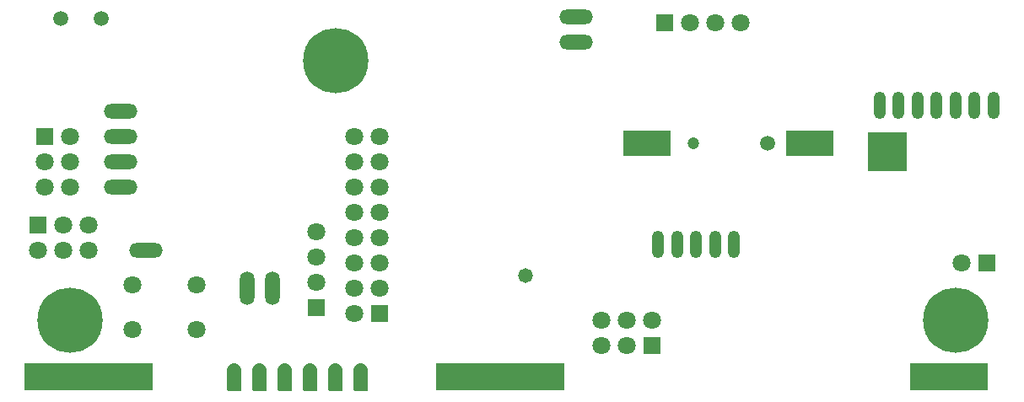
<source format=gbs>
G04 #@! TF.GenerationSoftware,KiCad,Pcbnew,5.0.0-fee4fd1~65~ubuntu17.10.1*
G04 #@! TF.CreationDate,2018-11-08T19:54:44-05:00*
G04 #@! TF.ProjectId,motherboard,6D6F74686572626F6172642E6B696361,rev?*
G04 #@! TF.SameCoordinates,Original*
G04 #@! TF.FileFunction,Soldermask,Bot*
G04 #@! TF.FilePolarity,Negative*
%FSLAX46Y46*%
G04 Gerber Fmt 4.6, Leading zero omitted, Abs format (unit mm)*
G04 Created by KiCad (PCBNEW 5.0.0-fee4fd1~65~ubuntu17.10.1) date Thu Nov  8 19:54:44 2018*
%MOMM*%
%LPD*%
G01*
G04 APERTURE LIST*
%ADD10R,3.903200X3.903200*%
%ADD11C,1.270000*%
%ADD12C,0.350000*%
%ADD13C,1.803200*%
%ADD14O,3.378200X1.473200*%
%ADD15R,1.803200X1.803200*%
%ADD16C,6.553200*%
%ADD17C,1.503200*%
%ADD18R,7.823200X2.743200*%
%ADD19R,12.903200X2.743200*%
%ADD20O,1.219200X2.743200*%
%ADD21O,1.473200X3.378200*%
%ADD22C,1.473200*%
%ADD23C,1.203200*%
%ADD24R,4.703200X2.503200*%
G04 APERTURE END LIST*
D10*
G04 #@! TO.C,U4*
X195097400Y-99898200D03*
G04 #@! TD*
D11*
G04 #@! TO.C,J8*
X142240000Y-121920000D03*
D12*
G36*
X141585179Y-123924648D02*
X141566119Y-123918866D01*
X141548554Y-123909477D01*
X141533158Y-123896842D01*
X141520523Y-123881446D01*
X141511134Y-123863881D01*
X141505352Y-123844821D01*
X141503400Y-123825000D01*
X141503400Y-121920000D01*
X141504165Y-121912232D01*
X141504165Y-121888842D01*
X141504654Y-121878884D01*
X141510762Y-121816868D01*
X141512225Y-121807005D01*
X141524382Y-121745887D01*
X141526805Y-121736214D01*
X141544895Y-121676581D01*
X141548254Y-121667195D01*
X141572101Y-121609623D01*
X141576363Y-121600610D01*
X141605738Y-121545652D01*
X141610865Y-121537099D01*
X141645486Y-121485285D01*
X141651425Y-121477277D01*
X141690958Y-121429106D01*
X141697654Y-121421718D01*
X141741718Y-121377654D01*
X141749106Y-121370958D01*
X141797277Y-121331425D01*
X141805285Y-121325486D01*
X141857099Y-121290865D01*
X141865652Y-121285738D01*
X141920610Y-121256363D01*
X141929623Y-121252101D01*
X141987195Y-121228254D01*
X141996581Y-121224895D01*
X142056214Y-121206805D01*
X142065887Y-121204382D01*
X142127005Y-121192225D01*
X142136868Y-121190762D01*
X142198884Y-121184654D01*
X142208842Y-121184165D01*
X142271158Y-121184165D01*
X142281116Y-121184654D01*
X142343132Y-121190762D01*
X142352995Y-121192225D01*
X142414113Y-121204382D01*
X142423786Y-121206805D01*
X142483419Y-121224895D01*
X142492805Y-121228254D01*
X142550377Y-121252101D01*
X142559390Y-121256363D01*
X142614348Y-121285738D01*
X142622901Y-121290865D01*
X142674715Y-121325486D01*
X142682723Y-121331425D01*
X142730894Y-121370958D01*
X142738282Y-121377654D01*
X142782346Y-121421718D01*
X142789042Y-121429106D01*
X142828575Y-121477277D01*
X142834514Y-121485285D01*
X142869135Y-121537099D01*
X142874262Y-121545652D01*
X142903637Y-121600610D01*
X142907899Y-121609623D01*
X142931746Y-121667195D01*
X142935105Y-121676581D01*
X142953195Y-121736214D01*
X142955618Y-121745887D01*
X142967775Y-121807005D01*
X142969238Y-121816868D01*
X142975346Y-121878884D01*
X142975835Y-121888842D01*
X142975835Y-121912232D01*
X142976600Y-121920000D01*
X142976600Y-123825000D01*
X142974648Y-123844821D01*
X142968866Y-123863881D01*
X142959477Y-123881446D01*
X142946842Y-123896842D01*
X142931446Y-123909477D01*
X142913881Y-123918866D01*
X142894821Y-123924648D01*
X142875000Y-123926600D01*
X141605000Y-123926600D01*
X141585179Y-123924648D01*
X141585179Y-123924648D01*
G37*
D11*
X129540000Y-121920000D03*
D12*
G36*
X128885179Y-123924648D02*
X128866119Y-123918866D01*
X128848554Y-123909477D01*
X128833158Y-123896842D01*
X128820523Y-123881446D01*
X128811134Y-123863881D01*
X128805352Y-123844821D01*
X128803400Y-123825000D01*
X128803400Y-121920000D01*
X128804165Y-121912232D01*
X128804165Y-121888842D01*
X128804654Y-121878884D01*
X128810762Y-121816868D01*
X128812225Y-121807005D01*
X128824382Y-121745887D01*
X128826805Y-121736214D01*
X128844895Y-121676581D01*
X128848254Y-121667195D01*
X128872101Y-121609623D01*
X128876363Y-121600610D01*
X128905738Y-121545652D01*
X128910865Y-121537099D01*
X128945486Y-121485285D01*
X128951425Y-121477277D01*
X128990958Y-121429106D01*
X128997654Y-121421718D01*
X129041718Y-121377654D01*
X129049106Y-121370958D01*
X129097277Y-121331425D01*
X129105285Y-121325486D01*
X129157099Y-121290865D01*
X129165652Y-121285738D01*
X129220610Y-121256363D01*
X129229623Y-121252101D01*
X129287195Y-121228254D01*
X129296581Y-121224895D01*
X129356214Y-121206805D01*
X129365887Y-121204382D01*
X129427005Y-121192225D01*
X129436868Y-121190762D01*
X129498884Y-121184654D01*
X129508842Y-121184165D01*
X129571158Y-121184165D01*
X129581116Y-121184654D01*
X129643132Y-121190762D01*
X129652995Y-121192225D01*
X129714113Y-121204382D01*
X129723786Y-121206805D01*
X129783419Y-121224895D01*
X129792805Y-121228254D01*
X129850377Y-121252101D01*
X129859390Y-121256363D01*
X129914348Y-121285738D01*
X129922901Y-121290865D01*
X129974715Y-121325486D01*
X129982723Y-121331425D01*
X130030894Y-121370958D01*
X130038282Y-121377654D01*
X130082346Y-121421718D01*
X130089042Y-121429106D01*
X130128575Y-121477277D01*
X130134514Y-121485285D01*
X130169135Y-121537099D01*
X130174262Y-121545652D01*
X130203637Y-121600610D01*
X130207899Y-121609623D01*
X130231746Y-121667195D01*
X130235105Y-121676581D01*
X130253195Y-121736214D01*
X130255618Y-121745887D01*
X130267775Y-121807005D01*
X130269238Y-121816868D01*
X130275346Y-121878884D01*
X130275835Y-121888842D01*
X130275835Y-121912232D01*
X130276600Y-121920000D01*
X130276600Y-123825000D01*
X130274648Y-123844821D01*
X130268866Y-123863881D01*
X130259477Y-123881446D01*
X130246842Y-123896842D01*
X130231446Y-123909477D01*
X130213881Y-123918866D01*
X130194821Y-123924648D01*
X130175000Y-123926600D01*
X128905000Y-123926600D01*
X128885179Y-123924648D01*
X128885179Y-123924648D01*
G37*
D11*
X132080000Y-121920000D03*
D12*
G36*
X131425179Y-123924648D02*
X131406119Y-123918866D01*
X131388554Y-123909477D01*
X131373158Y-123896842D01*
X131360523Y-123881446D01*
X131351134Y-123863881D01*
X131345352Y-123844821D01*
X131343400Y-123825000D01*
X131343400Y-121920000D01*
X131344165Y-121912232D01*
X131344165Y-121888842D01*
X131344654Y-121878884D01*
X131350762Y-121816868D01*
X131352225Y-121807005D01*
X131364382Y-121745887D01*
X131366805Y-121736214D01*
X131384895Y-121676581D01*
X131388254Y-121667195D01*
X131412101Y-121609623D01*
X131416363Y-121600610D01*
X131445738Y-121545652D01*
X131450865Y-121537099D01*
X131485486Y-121485285D01*
X131491425Y-121477277D01*
X131530958Y-121429106D01*
X131537654Y-121421718D01*
X131581718Y-121377654D01*
X131589106Y-121370958D01*
X131637277Y-121331425D01*
X131645285Y-121325486D01*
X131697099Y-121290865D01*
X131705652Y-121285738D01*
X131760610Y-121256363D01*
X131769623Y-121252101D01*
X131827195Y-121228254D01*
X131836581Y-121224895D01*
X131896214Y-121206805D01*
X131905887Y-121204382D01*
X131967005Y-121192225D01*
X131976868Y-121190762D01*
X132038884Y-121184654D01*
X132048842Y-121184165D01*
X132111158Y-121184165D01*
X132121116Y-121184654D01*
X132183132Y-121190762D01*
X132192995Y-121192225D01*
X132254113Y-121204382D01*
X132263786Y-121206805D01*
X132323419Y-121224895D01*
X132332805Y-121228254D01*
X132390377Y-121252101D01*
X132399390Y-121256363D01*
X132454348Y-121285738D01*
X132462901Y-121290865D01*
X132514715Y-121325486D01*
X132522723Y-121331425D01*
X132570894Y-121370958D01*
X132578282Y-121377654D01*
X132622346Y-121421718D01*
X132629042Y-121429106D01*
X132668575Y-121477277D01*
X132674514Y-121485285D01*
X132709135Y-121537099D01*
X132714262Y-121545652D01*
X132743637Y-121600610D01*
X132747899Y-121609623D01*
X132771746Y-121667195D01*
X132775105Y-121676581D01*
X132793195Y-121736214D01*
X132795618Y-121745887D01*
X132807775Y-121807005D01*
X132809238Y-121816868D01*
X132815346Y-121878884D01*
X132815835Y-121888842D01*
X132815835Y-121912232D01*
X132816600Y-121920000D01*
X132816600Y-123825000D01*
X132814648Y-123844821D01*
X132808866Y-123863881D01*
X132799477Y-123881446D01*
X132786842Y-123896842D01*
X132771446Y-123909477D01*
X132753881Y-123918866D01*
X132734821Y-123924648D01*
X132715000Y-123926600D01*
X131445000Y-123926600D01*
X131425179Y-123924648D01*
X131425179Y-123924648D01*
G37*
D11*
X134620000Y-121920000D03*
D12*
G36*
X133965179Y-123924648D02*
X133946119Y-123918866D01*
X133928554Y-123909477D01*
X133913158Y-123896842D01*
X133900523Y-123881446D01*
X133891134Y-123863881D01*
X133885352Y-123844821D01*
X133883400Y-123825000D01*
X133883400Y-121920000D01*
X133884165Y-121912232D01*
X133884165Y-121888842D01*
X133884654Y-121878884D01*
X133890762Y-121816868D01*
X133892225Y-121807005D01*
X133904382Y-121745887D01*
X133906805Y-121736214D01*
X133924895Y-121676581D01*
X133928254Y-121667195D01*
X133952101Y-121609623D01*
X133956363Y-121600610D01*
X133985738Y-121545652D01*
X133990865Y-121537099D01*
X134025486Y-121485285D01*
X134031425Y-121477277D01*
X134070958Y-121429106D01*
X134077654Y-121421718D01*
X134121718Y-121377654D01*
X134129106Y-121370958D01*
X134177277Y-121331425D01*
X134185285Y-121325486D01*
X134237099Y-121290865D01*
X134245652Y-121285738D01*
X134300610Y-121256363D01*
X134309623Y-121252101D01*
X134367195Y-121228254D01*
X134376581Y-121224895D01*
X134436214Y-121206805D01*
X134445887Y-121204382D01*
X134507005Y-121192225D01*
X134516868Y-121190762D01*
X134578884Y-121184654D01*
X134588842Y-121184165D01*
X134651158Y-121184165D01*
X134661116Y-121184654D01*
X134723132Y-121190762D01*
X134732995Y-121192225D01*
X134794113Y-121204382D01*
X134803786Y-121206805D01*
X134863419Y-121224895D01*
X134872805Y-121228254D01*
X134930377Y-121252101D01*
X134939390Y-121256363D01*
X134994348Y-121285738D01*
X135002901Y-121290865D01*
X135054715Y-121325486D01*
X135062723Y-121331425D01*
X135110894Y-121370958D01*
X135118282Y-121377654D01*
X135162346Y-121421718D01*
X135169042Y-121429106D01*
X135208575Y-121477277D01*
X135214514Y-121485285D01*
X135249135Y-121537099D01*
X135254262Y-121545652D01*
X135283637Y-121600610D01*
X135287899Y-121609623D01*
X135311746Y-121667195D01*
X135315105Y-121676581D01*
X135333195Y-121736214D01*
X135335618Y-121745887D01*
X135347775Y-121807005D01*
X135349238Y-121816868D01*
X135355346Y-121878884D01*
X135355835Y-121888842D01*
X135355835Y-121912232D01*
X135356600Y-121920000D01*
X135356600Y-123825000D01*
X135354648Y-123844821D01*
X135348866Y-123863881D01*
X135339477Y-123881446D01*
X135326842Y-123896842D01*
X135311446Y-123909477D01*
X135293881Y-123918866D01*
X135274821Y-123924648D01*
X135255000Y-123926600D01*
X133985000Y-123926600D01*
X133965179Y-123924648D01*
X133965179Y-123924648D01*
G37*
D11*
X137160000Y-121920000D03*
D12*
G36*
X136505179Y-123924648D02*
X136486119Y-123918866D01*
X136468554Y-123909477D01*
X136453158Y-123896842D01*
X136440523Y-123881446D01*
X136431134Y-123863881D01*
X136425352Y-123844821D01*
X136423400Y-123825000D01*
X136423400Y-121920000D01*
X136424165Y-121912232D01*
X136424165Y-121888842D01*
X136424654Y-121878884D01*
X136430762Y-121816868D01*
X136432225Y-121807005D01*
X136444382Y-121745887D01*
X136446805Y-121736214D01*
X136464895Y-121676581D01*
X136468254Y-121667195D01*
X136492101Y-121609623D01*
X136496363Y-121600610D01*
X136525738Y-121545652D01*
X136530865Y-121537099D01*
X136565486Y-121485285D01*
X136571425Y-121477277D01*
X136610958Y-121429106D01*
X136617654Y-121421718D01*
X136661718Y-121377654D01*
X136669106Y-121370958D01*
X136717277Y-121331425D01*
X136725285Y-121325486D01*
X136777099Y-121290865D01*
X136785652Y-121285738D01*
X136840610Y-121256363D01*
X136849623Y-121252101D01*
X136907195Y-121228254D01*
X136916581Y-121224895D01*
X136976214Y-121206805D01*
X136985887Y-121204382D01*
X137047005Y-121192225D01*
X137056868Y-121190762D01*
X137118884Y-121184654D01*
X137128842Y-121184165D01*
X137191158Y-121184165D01*
X137201116Y-121184654D01*
X137263132Y-121190762D01*
X137272995Y-121192225D01*
X137334113Y-121204382D01*
X137343786Y-121206805D01*
X137403419Y-121224895D01*
X137412805Y-121228254D01*
X137470377Y-121252101D01*
X137479390Y-121256363D01*
X137534348Y-121285738D01*
X137542901Y-121290865D01*
X137594715Y-121325486D01*
X137602723Y-121331425D01*
X137650894Y-121370958D01*
X137658282Y-121377654D01*
X137702346Y-121421718D01*
X137709042Y-121429106D01*
X137748575Y-121477277D01*
X137754514Y-121485285D01*
X137789135Y-121537099D01*
X137794262Y-121545652D01*
X137823637Y-121600610D01*
X137827899Y-121609623D01*
X137851746Y-121667195D01*
X137855105Y-121676581D01*
X137873195Y-121736214D01*
X137875618Y-121745887D01*
X137887775Y-121807005D01*
X137889238Y-121816868D01*
X137895346Y-121878884D01*
X137895835Y-121888842D01*
X137895835Y-121912232D01*
X137896600Y-121920000D01*
X137896600Y-123825000D01*
X137894648Y-123844821D01*
X137888866Y-123863881D01*
X137879477Y-123881446D01*
X137866842Y-123896842D01*
X137851446Y-123909477D01*
X137833881Y-123918866D01*
X137814821Y-123924648D01*
X137795000Y-123926600D01*
X136525000Y-123926600D01*
X136505179Y-123924648D01*
X136505179Y-123924648D01*
G37*
D11*
X139700000Y-121920000D03*
D12*
G36*
X139045179Y-123924648D02*
X139026119Y-123918866D01*
X139008554Y-123909477D01*
X138993158Y-123896842D01*
X138980523Y-123881446D01*
X138971134Y-123863881D01*
X138965352Y-123844821D01*
X138963400Y-123825000D01*
X138963400Y-121920000D01*
X138964165Y-121912232D01*
X138964165Y-121888842D01*
X138964654Y-121878884D01*
X138970762Y-121816868D01*
X138972225Y-121807005D01*
X138984382Y-121745887D01*
X138986805Y-121736214D01*
X139004895Y-121676581D01*
X139008254Y-121667195D01*
X139032101Y-121609623D01*
X139036363Y-121600610D01*
X139065738Y-121545652D01*
X139070865Y-121537099D01*
X139105486Y-121485285D01*
X139111425Y-121477277D01*
X139150958Y-121429106D01*
X139157654Y-121421718D01*
X139201718Y-121377654D01*
X139209106Y-121370958D01*
X139257277Y-121331425D01*
X139265285Y-121325486D01*
X139317099Y-121290865D01*
X139325652Y-121285738D01*
X139380610Y-121256363D01*
X139389623Y-121252101D01*
X139447195Y-121228254D01*
X139456581Y-121224895D01*
X139516214Y-121206805D01*
X139525887Y-121204382D01*
X139587005Y-121192225D01*
X139596868Y-121190762D01*
X139658884Y-121184654D01*
X139668842Y-121184165D01*
X139731158Y-121184165D01*
X139741116Y-121184654D01*
X139803132Y-121190762D01*
X139812995Y-121192225D01*
X139874113Y-121204382D01*
X139883786Y-121206805D01*
X139943419Y-121224895D01*
X139952805Y-121228254D01*
X140010377Y-121252101D01*
X140019390Y-121256363D01*
X140074348Y-121285738D01*
X140082901Y-121290865D01*
X140134715Y-121325486D01*
X140142723Y-121331425D01*
X140190894Y-121370958D01*
X140198282Y-121377654D01*
X140242346Y-121421718D01*
X140249042Y-121429106D01*
X140288575Y-121477277D01*
X140294514Y-121485285D01*
X140329135Y-121537099D01*
X140334262Y-121545652D01*
X140363637Y-121600610D01*
X140367899Y-121609623D01*
X140391746Y-121667195D01*
X140395105Y-121676581D01*
X140413195Y-121736214D01*
X140415618Y-121745887D01*
X140427775Y-121807005D01*
X140429238Y-121816868D01*
X140435346Y-121878884D01*
X140435835Y-121888842D01*
X140435835Y-121912232D01*
X140436600Y-121920000D01*
X140436600Y-123825000D01*
X140434648Y-123844821D01*
X140428866Y-123863881D01*
X140419477Y-123881446D01*
X140406842Y-123896842D01*
X140391446Y-123909477D01*
X140373881Y-123918866D01*
X140354821Y-123924648D01*
X140335000Y-123926600D01*
X139065000Y-123926600D01*
X139045179Y-123924648D01*
X139045179Y-123924648D01*
G37*
G04 #@! TD*
D13*
G04 #@! TO.C,SW1*
X125805000Y-113320000D03*
X119305000Y-113320000D03*
X119305000Y-117820000D03*
X125805000Y-117820000D03*
G04 #@! TD*
D14*
G04 #@! TO.C,J11*
X120650000Y-109855000D03*
G04 #@! TD*
D13*
G04 #@! TO.C,J12*
X202565000Y-111125000D03*
D15*
X205105000Y-111125000D03*
G04 #@! TD*
D16*
G04 #@! TO.C,H2*
X201930000Y-116840000D03*
G04 #@! TD*
G04 #@! TO.C,H3*
X139700000Y-90805000D03*
G04 #@! TD*
G04 #@! TO.C,H1*
X113030000Y-116840000D03*
G04 #@! TD*
D17*
G04 #@! TO.C,J1*
X116165000Y-86550000D03*
X112165000Y-86550000D03*
G04 #@! TD*
D18*
G04 #@! TO.C,H6*
X201295000Y-122555000D03*
G04 #@! TD*
D19*
G04 #@! TO.C,H5*
X156210000Y-122555000D03*
G04 #@! TD*
G04 #@! TO.C,H4*
X114935000Y-122555000D03*
G04 #@! TD*
D20*
G04 #@! TO.C,J14*
X173990000Y-109220000D03*
X172085000Y-109220000D03*
X175895000Y-109220000D03*
X177800000Y-109220000D03*
X179705000Y-109220000D03*
G04 #@! TD*
D15*
G04 #@! TO.C,J10*
X110490000Y-98425000D03*
D13*
X113030000Y-98425000D03*
X110490000Y-100965000D03*
X113030000Y-100965000D03*
X110490000Y-103505000D03*
X113030000Y-103505000D03*
G04 #@! TD*
G04 #@! TO.C,J7*
X166370000Y-116840000D03*
X166370000Y-119380000D03*
X168910000Y-116840000D03*
X168910000Y-119380000D03*
X171450000Y-116840000D03*
D15*
X171450000Y-119380000D03*
G04 #@! TD*
D13*
G04 #@! TO.C,J3*
X180340000Y-86995000D03*
X177800000Y-86995000D03*
X175260000Y-86995000D03*
D15*
X172720000Y-86995000D03*
G04 #@! TD*
D13*
G04 #@! TO.C,J4*
X114935000Y-109855000D03*
X114935000Y-107315000D03*
X112395000Y-109855000D03*
X112395000Y-107315000D03*
X109855000Y-109855000D03*
D15*
X109855000Y-107315000D03*
G04 #@! TD*
D13*
G04 #@! TO.C,J9*
X141605000Y-98425000D03*
X144145000Y-98425000D03*
X141605000Y-100965000D03*
X144145000Y-100965000D03*
X141605000Y-103505000D03*
X144145000Y-103505000D03*
X141605000Y-106045000D03*
X144145000Y-106045000D03*
X141605000Y-108585000D03*
X144145000Y-108585000D03*
X141605000Y-111125000D03*
X144145000Y-111125000D03*
X141605000Y-113665000D03*
X144145000Y-113665000D03*
X141605000Y-116205000D03*
D15*
X144145000Y-116205000D03*
G04 #@! TD*
D14*
G04 #@! TO.C,J16*
X163830000Y-88900000D03*
X163830000Y-86360000D03*
G04 #@! TD*
D21*
G04 #@! TO.C,J15*
X133350000Y-113665000D03*
X130810000Y-113665000D03*
G04 #@! TD*
D22*
G04 #@! TO.C,TP1*
X158750000Y-112395000D03*
G04 #@! TD*
D15*
G04 #@! TO.C,J6*
X137795000Y-115570000D03*
D13*
X137795000Y-113030000D03*
X137795000Y-110490000D03*
X137795000Y-107950000D03*
G04 #@! TD*
D17*
G04 #@! TO.C,B1*
X183085000Y-99060000D03*
D23*
X175635000Y-99060000D03*
D24*
X187335000Y-99060000D03*
X170935000Y-99060000D03*
G04 #@! TD*
D20*
G04 #@! TO.C,J17*
X194310000Y-95250000D03*
X196215000Y-95250000D03*
X198120000Y-95250000D03*
X205740000Y-95250000D03*
X203835000Y-95250000D03*
X200025000Y-95250000D03*
X201930000Y-95250000D03*
G04 #@! TD*
D14*
G04 #@! TO.C,J13*
X118110000Y-95885000D03*
X118110000Y-98425000D03*
X118110000Y-100965000D03*
X118110000Y-103505000D03*
G04 #@! TD*
M02*

</source>
